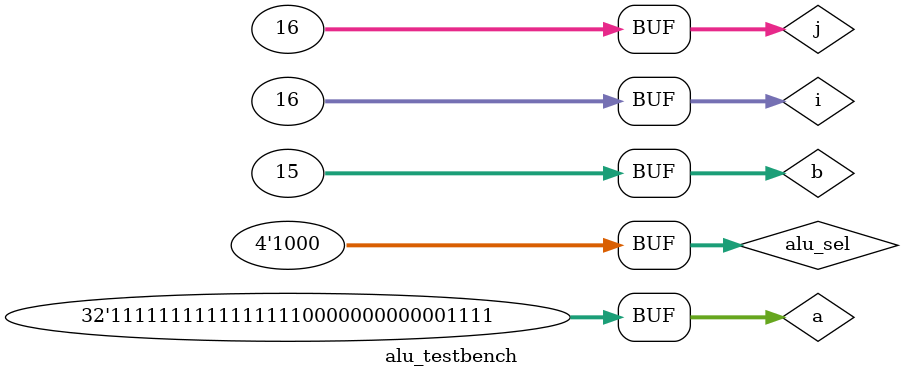
<source format=v>
`timescale 1ns / 1ps


module alu_testbench;

	// Inputs
	reg [31:0] a;
	reg [31:0] b;
	reg [3:0] alu_sel;

	// Outputs
	wire [31:0] alu_out;
	wire c_out;

	// Instantiate the Unit Under Test (UUT)
	ALU uut (
		.a(a), 
		.b(b), 
		.alu_sel(alu_sel), 
		.alu_out(alu_out), 
		.c_out(c_out)
	);
	integer i,j;
	initial begin
		// Initialize InputsS

		// Wait 100 ns for global reset to finish
		#100;
		alu_sel = 4'b0000; //add
		for (i=0; i<16; i=i+1) begin
			a = i;
			for (j=0; j<16; j=j+1) begin
				b = j;
				#100;
			end
			#100;
		end
		
      alu_sel = 4'b0001; //sub
		for (i=0; i<16; i=i+1) begin
			a = i;
			for (j=0; j<16; j=j+1) begin
				b = j;
				#100;
			end
			#100;
		end

      alu_sel = 4'b0010; //and
		for (i=0; i<16; i=i+1) begin
			a = i;
			for (j=0; j<16; j=j+1) begin
				b = j;
				#100;
			end
			#100;
		end
		
      alu_sel = 4'b0011; //or
		for (i=0; i<16; i=i+1) begin
			a = i;
			for (j=0; j<16; j=j+1) begin
				b = j;
				#100;
			end
			#100;
			
		end      
		alu_sel = 4'b0100; //xor
		for (i=0; i<16; i=i+1) begin
			a = i;
			for (j=0; j<16; j=j+1) begin
				b = j;
				#100;
			end
			#100;
		end
		
		alu_sel = 4'b0101; //lui
		for (i=0; i<16; i=i+1) begin
			a = i;
			for (j=0; j<16; j=j+1) begin
				b = j;
				#100;
			end
			#100;
		end
		
		alu_sel = 4'b0110; //lui
		for (i=0; i<16; i=i+1) begin
			a = i;
			for (j=0; j<16; j=j+1) begin
				b = j;
				#100;
			end
			#100;
		end
		
		alu_sel = 4'b0110; //sll
		for (i=0; i<16; i=i+1) begin
			a = i;
			for (j=0; j<16; j=j+1) begin
				b = j;
				#100;
			end
			#100;
		end
		
		alu_sel = 4'b0111; //srl
		for (i=0; i<16; i=i+1) begin
			a = i;
			for (j=0; j<16; j=j+1) begin
				b = j;
				#100;
			end
			#100;
		end		
		
		alu_sel = 4'b1000; //sra
		for (i=0; i<16; i=i+1) begin
			a = 4294901760 + i;
			
			for (j=0; j<16; j=j+1) begin
				b = j;
				#100;
			end
			#100;
		end
	end
      
endmodule


</source>
